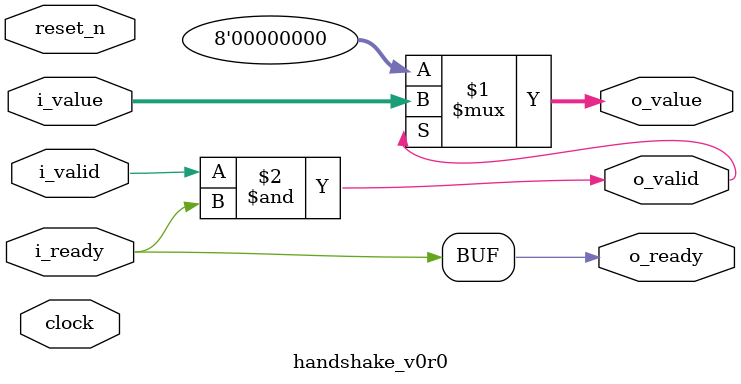
<source format=sv>
/*==============================================================================

The MIT License (MIT)

Copyright (c) 2015 Luuvish Hwang

Permission is hereby granted, free of charge, to any person obtaining a copy of
this software and associated documentation files (the "Software"), to deal in
the Software without restriction, including without limitation the rights to
use, copy, modify, merge, publish, distribute, sublicense, and/or sell copies of
the Software, and to permit persons to whom the Software is furnished to do so,
subject to the following conditions:

The above copyright notice and this permission notice shall be included in all
copies or substantial portions of the Software.

THE SOFTWARE IS PROVIDED "AS IS", WITHOUT WARRANTY OF ANY KIND, EXPRESS OR
IMPLIED, INCLUDING BUT NOT LIMITED TO THE WARRANTIES OF MERCHANTABILITY, FITNESS
FOR A PARTICULAR PURPOSE AND NONINFRINGEMENT. IN NO EVENT SHALL THE AUTHORS OR
COPYRIGHT HOLDERS BE LIABLE FOR ANY CLAIM, DAMAGES OR OTHER LIABILITY, WHETHER
IN AN ACTION OF CONTRACT, TORT OR OTHERWISE, ARISING FROM, OUT OF OR IN
CONNECTION WITH THE SOFTWARE OR THE USE OR OTHER DEALINGS IN THE SOFTWARE.

================================================================================

    File         : handshake_v0r0.sv
    Author(s)    : luuvish (github.com/luuvish/system-verilog-patterns)
    Modifier     : luuvish (luuvish@gmail.com)
    Descriptions : design patterns for handshake v0r0 module

==============================================================================*/

module handshake_v0r0 #(VALUE_BITS = 8) (
  input  wire                    clock,
  input  wire                    reset_n,
  input  wire [VALUE_BITS - 1:0] i_value,
  input  wire                    i_valid,
  output wire                    o_ready,
  output wire [VALUE_BITS - 1:0] o_value,
  output wire                    o_valid,
  input  wire                    i_ready
);

  assign o_ready = i_ready;

  assign o_value = o_valid ? i_value : '0;
  assign o_valid = i_valid & o_ready;

endmodule

</source>
